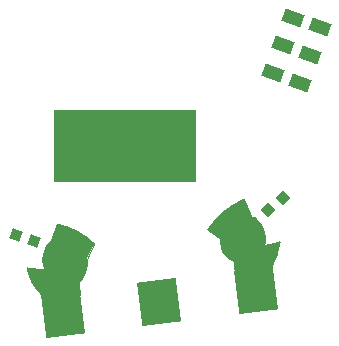
<source format=gbs>
G04*
G04 #@! TF.GenerationSoftware,Altium Limited,Altium Designer,24.4.1 (13)*
G04*
G04 Layer_Color=16711935*
%FSLAX44Y44*%
%MOMM*%
G71*
G04*
G04 #@! TF.SameCoordinates,0AE1F543-7B87-48E8-90D5-0DFDE8F72AC0*
G04*
G04*
G04 #@! TF.FilePolarity,Negative*
G04*
G01*
G75*
%ADD21C,0.1000*%
G04:AMPARAMS|DCode=22|XSize=3.7mm|YSize=3.3mm|CornerRadius=0mm|HoleSize=0mm|Usage=FLASHONLY|Rotation=277.000|XOffset=0mm|YOffset=0mm|HoleType=Round|Shape=Rectangle|*
%AMROTATEDRECTD22*
4,1,4,-1.8632,1.6351,1.4123,2.0373,1.8632,-1.6351,-1.4123,-2.0373,-1.8632,1.6351,0.0*
%
%ADD22ROTATEDRECTD22*%

%ADD23P,1.2728X4X265.0*%
%ADD24P,1.2728X4X385.0*%
G04:AMPARAMS|DCode=25|XSize=1.7mm|YSize=1.1mm|CornerRadius=0mm|HoleSize=0mm|Usage=FLASHONLY|Rotation=160.000|XOffset=0mm|YOffset=0mm|HoleType=Round|Shape=Rectangle|*
%AMROTATEDRECTD25*
4,1,4,0.9869,0.2261,0.6106,-0.8076,-0.9869,-0.2261,-0.6106,0.8076,0.9869,0.2261,0.0*
%
%ADD25ROTATEDRECTD25*%

%ADD26R,12.1000X6.1000*%
%ADD27C,1.3000*%
G36*
X124255Y168555D02*
X128688Y167336D01*
X133019Y165796D01*
X137226Y163943D01*
X141286Y161786D01*
X145177Y159338D01*
X148878Y156610D01*
X152369Y153619D01*
X154000Y152000D01*
X148095Y140190D01*
X148256Y138822D01*
X148129Y134439D01*
X147367Y130121D01*
X145985Y125959D01*
X145000Y124000D01*
X145000Y124000D01*
X145000Y124000D01*
X144230Y122561D01*
X142158Y120040D01*
X140992Y119084D01*
X141889Y110112D01*
X140882Y109000D01*
X109000Y109000D01*
X107744Y110088D01*
X105447Y112489D01*
X103386Y115096D01*
X101579Y117885D01*
X100042Y120831D01*
X98788Y123908D01*
X97830Y127090D01*
X97174Y130348D01*
X97159Y130485D01*
X98519Y131894D01*
X111176Y131011D01*
X110330Y133906D01*
X109913Y138646D01*
X110429Y143375D01*
X111857Y147914D01*
X113000Y150000D01*
X113370Y150716D01*
X114249Y152068D01*
X115256Y153328D01*
X116383Y154481D01*
X117000Y155000D01*
X117506Y154955D01*
X122000Y169000D01*
X122000D01*
X122000Y169000D01*
X124255Y168555D01*
D02*
G37*
G36*
X287230Y175048D02*
X287703Y175148D01*
X289135Y175024D01*
X290470Y174490D01*
X291593Y173592D01*
X292000Y173000D01*
X292000Y173000D01*
X292000D01*
X293317Y171518D01*
X295539Y168236D01*
X297312Y164690D01*
X298605Y160942D01*
X299000Y159000D01*
X299246Y156882D01*
X298903Y152633D01*
X298586Y151517D01*
X309802Y153760D01*
X310938Y152780D01*
X310843Y150914D01*
X309658Y144847D01*
X307628Y139010D01*
X304792Y133518D01*
X303000Y131000D01*
X274082Y126180D01*
X272891Y127092D01*
X271931Y136695D01*
X270526Y137276D01*
X267251Y139465D01*
X264465Y142251D01*
X262276Y145526D01*
X260769Y149166D01*
X260000Y153030D01*
Y155000D01*
X260167Y155833D01*
X260352Y156372D01*
X250000Y164000D01*
X251376Y166171D01*
X254453Y170289D01*
X257838Y174158D01*
X261511Y177755D01*
X265450Y181059D01*
X269632Y184050D01*
X274031Y186710D01*
X278622Y189023D01*
X281000Y190000D01*
X287230Y175048D01*
D02*
G37*
D21*
X303000Y131000D02*
G03*
X311000Y154000I-35429J25214D01*
G01*
X281000Y190000D02*
G03*
X250000Y164000I25343J-61697D01*
G01*
X97000Y132000D02*
G03*
X109000Y109000I35109J3687D01*
G01*
X154000Y152000D02*
G03*
X122000Y169000I-44129J-44448D01*
G01*
X273000Y126000D02*
X303000Y131000D01*
X271000Y146000D02*
X311000Y154000D01*
X271000Y146000D02*
X273000Y126000D01*
X269000Y150000D02*
X291000Y166000D01*
X281000Y190000D02*
X291000Y166000D01*
X250000Y164000D02*
X269000Y150000D01*
X97000Y132000D02*
X140000Y129000D01*
X109000Y109000D02*
X142000D01*
X140000Y129000D02*
X142000Y109000D01*
X114000Y144000D02*
X144000Y132000D01*
X154000Y152000D01*
X114000Y144000D02*
X122000Y169000D01*
D22*
X290885Y113054D02*
D03*
X209000Y103000D02*
D03*
X127115Y92946D02*
D03*
D23*
X300680Y180697D02*
D03*
X313320Y191303D02*
D03*
D24*
X102752Y154178D02*
D03*
X87247Y159822D02*
D03*
D25*
X322274Y343597D02*
D03*
X313724Y320104D02*
D03*
X305173Y296612D02*
D03*
X344827Y335388D02*
D03*
X336276Y311896D02*
D03*
X327726Y288403D02*
D03*
D26*
X180000Y235000D02*
D03*
D27*
X269000Y176000D02*
D03*
X137000Y157000D02*
D03*
X301000Y140000D02*
D03*
X109000Y118000D02*
D03*
M02*

</source>
